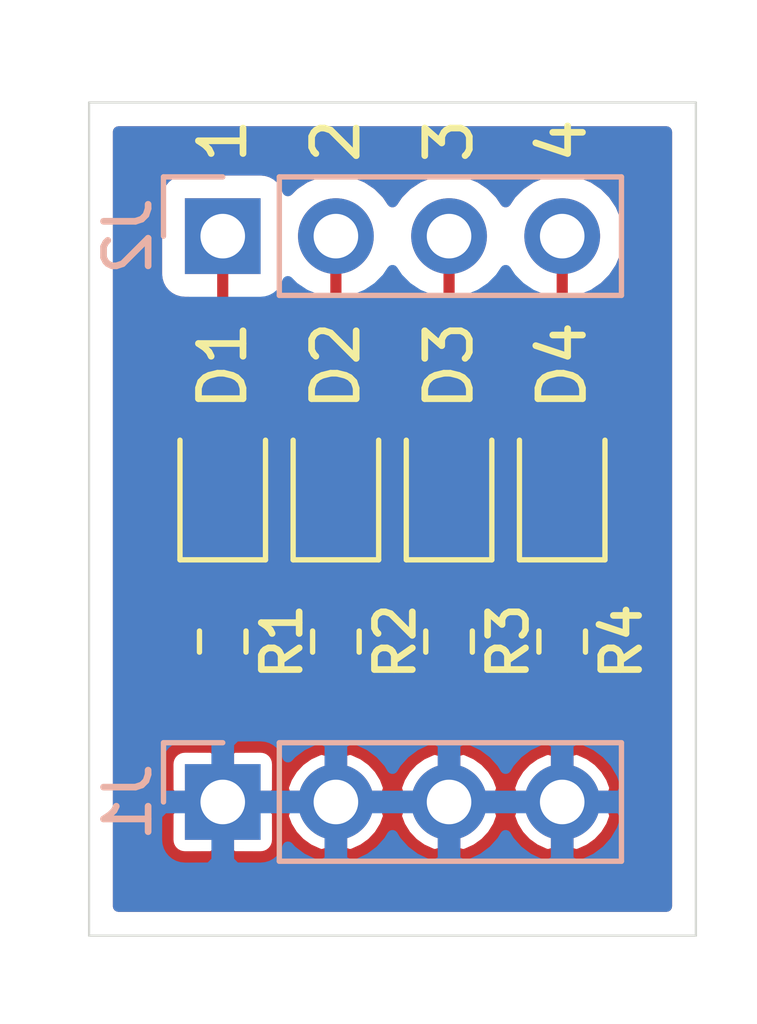
<source format=kicad_pcb>
(kicad_pcb (version 20171130) (host pcbnew "(5.1.10)-1")

  (general
    (thickness 1.6)
    (drawings 4)
    (tracks 8)
    (zones 0)
    (modules 10)
    (nets 10)
  )

  (page A4)
  (layers
    (0 F.Cu signal)
    (31 B.Cu signal)
    (32 B.Adhes user)
    (33 F.Adhes user)
    (34 B.Paste user)
    (35 F.Paste user)
    (36 B.SilkS user)
    (37 F.SilkS user)
    (38 B.Mask user)
    (39 F.Mask user)
    (40 Dwgs.User user)
    (41 Cmts.User user)
    (42 Eco1.User user)
    (43 Eco2.User user)
    (44 Edge.Cuts user)
    (45 Margin user)
    (46 B.CrtYd user)
    (47 F.CrtYd user hide)
    (48 B.Fab user hide)
    (49 F.Fab user hide)
  )

  (setup
    (last_trace_width 0.35)
    (trace_clearance 0.2)
    (zone_clearance 0.508)
    (zone_45_only no)
    (trace_min 0.2)
    (via_size 0.8)
    (via_drill 0.4)
    (via_min_size 0.4)
    (via_min_drill 0.3)
    (uvia_size 0.3)
    (uvia_drill 0.1)
    (uvias_allowed no)
    (uvia_min_size 0.2)
    (uvia_min_drill 0.1)
    (edge_width 0.05)
    (segment_width 0.2)
    (pcb_text_width 0.3)
    (pcb_text_size 1.5 1.5)
    (mod_edge_width 0.12)
    (mod_text_size 1 1)
    (mod_text_width 0.15)
    (pad_size 1.524 1.524)
    (pad_drill 0.762)
    (pad_to_mask_clearance 0)
    (aux_axis_origin 0 0)
    (visible_elements 7FFFFFFF)
    (pcbplotparams
      (layerselection 0x010fc_ffffffff)
      (usegerberextensions false)
      (usegerberattributes true)
      (usegerberadvancedattributes true)
      (creategerberjobfile true)
      (excludeedgelayer true)
      (linewidth 0.100000)
      (plotframeref false)
      (viasonmask false)
      (mode 1)
      (useauxorigin false)
      (hpglpennumber 1)
      (hpglpenspeed 20)
      (hpglpendiameter 15.000000)
      (psnegative false)
      (psa4output false)
      (plotreference true)
      (plotvalue true)
      (plotinvisibletext false)
      (padsonsilk false)
      (subtractmaskfromsilk false)
      (outputformat 1)
      (mirror false)
      (drillshape 1)
      (scaleselection 1)
      (outputdirectory ""))
  )

  (net 0 "")
  (net 1 GND)
  (net 2 "Net-(D1-Pad2)")
  (net 3 "Net-(D1-Pad1)")
  (net 4 "Net-(D2-Pad2)")
  (net 5 "Net-(D2-Pad1)")
  (net 6 "Net-(D3-Pad2)")
  (net 7 "Net-(D3-Pad1)")
  (net 8 "Net-(D4-Pad2)")
  (net 9 "Net-(D4-Pad1)")

  (net_class Default "This is the default net class."
    (clearance 0.2)
    (trace_width 0.35)
    (via_dia 0.8)
    (via_drill 0.4)
    (uvia_dia 0.3)
    (uvia_drill 0.1)
    (add_net GND)
    (add_net "Net-(D1-Pad1)")
    (add_net "Net-(D1-Pad2)")
    (add_net "Net-(D2-Pad1)")
    (add_net "Net-(D2-Pad2)")
    (add_net "Net-(D3-Pad1)")
    (add_net "Net-(D3-Pad2)")
    (add_net "Net-(D4-Pad1)")
    (add_net "Net-(D4-Pad2)")
  )

  (module Resistor_SMD:R_0603_1608Metric (layer F.Cu) (tedit 5F68FEEE) (tstamp 610206A5)
    (at 110.62 93.4 270)
    (descr "Resistor SMD 0603 (1608 Metric), square (rectangular) end terminal, IPC_7351 nominal, (Body size source: IPC-SM-782 page 72, https://www.pcb-3d.com/wordpress/wp-content/uploads/ipc-sm-782a_amendment_1_and_2.pdf), generated with kicad-footprint-generator")
    (tags resistor)
    (path /61022A5E)
    (attr smd)
    (fp_text reference R4 (at 0 -1.33 90) (layer F.SilkS)
      (effects (font (size 0.85 0.85) (thickness 0.15)))
    )
    (fp_text value 1k (at 0 1.43 90) (layer F.Fab)
      (effects (font (size 1 1) (thickness 0.15)))
    )
    (fp_text user %R (at 0 0 90) (layer F.Fab)
      (effects (font (size 0.4 0.4) (thickness 0.06)))
    )
    (fp_line (start -0.8 0.4125) (end -0.8 -0.4125) (layer F.Fab) (width 0.1))
    (fp_line (start -0.8 -0.4125) (end 0.8 -0.4125) (layer F.Fab) (width 0.1))
    (fp_line (start 0.8 -0.4125) (end 0.8 0.4125) (layer F.Fab) (width 0.1))
    (fp_line (start 0.8 0.4125) (end -0.8 0.4125) (layer F.Fab) (width 0.1))
    (fp_line (start -0.237258 -0.5225) (end 0.237258 -0.5225) (layer F.SilkS) (width 0.12))
    (fp_line (start -0.237258 0.5225) (end 0.237258 0.5225) (layer F.SilkS) (width 0.12))
    (fp_line (start -1.48 0.73) (end -1.48 -0.73) (layer F.CrtYd) (width 0.05))
    (fp_line (start -1.48 -0.73) (end 1.48 -0.73) (layer F.CrtYd) (width 0.05))
    (fp_line (start 1.48 -0.73) (end 1.48 0.73) (layer F.CrtYd) (width 0.05))
    (fp_line (start 1.48 0.73) (end -1.48 0.73) (layer F.CrtYd) (width 0.05))
    (pad 2 smd roundrect (at 0.825 0 270) (size 0.8 0.95) (layers F.Cu F.Paste F.Mask) (roundrect_rratio 0.25)
      (net 1 GND))
    (pad 1 smd roundrect (at -0.825 0 270) (size 0.8 0.95) (layers F.Cu F.Paste F.Mask) (roundrect_rratio 0.25)
      (net 9 "Net-(D4-Pad1)"))
    (model ${KISYS3DMOD}/Resistor_SMD.3dshapes/R_0603_1608Metric.wrl
      (at (xyz 0 0 0))
      (scale (xyz 1 1 1))
      (rotate (xyz 0 0 0))
    )
  )

  (module Resistor_SMD:R_0603_1608Metric (layer F.Cu) (tedit 5F68FEEE) (tstamp 61020675)
    (at 108.08 93.4 270)
    (descr "Resistor SMD 0603 (1608 Metric), square (rectangular) end terminal, IPC_7351 nominal, (Body size source: IPC-SM-782 page 72, https://www.pcb-3d.com/wordpress/wp-content/uploads/ipc-sm-782a_amendment_1_and_2.pdf), generated with kicad-footprint-generator")
    (tags resistor)
    (path /61022276)
    (attr smd)
    (fp_text reference R3 (at 0 -1.33 90) (layer F.SilkS)
      (effects (font (size 0.85 0.85) (thickness 0.15)))
    )
    (fp_text value 1k (at 0 1.43 90) (layer F.Fab)
      (effects (font (size 1 1) (thickness 0.15)))
    )
    (fp_text user %R (at 0 0 90) (layer F.Fab)
      (effects (font (size 0.4 0.4) (thickness 0.06)))
    )
    (fp_line (start -0.8 0.4125) (end -0.8 -0.4125) (layer F.Fab) (width 0.1))
    (fp_line (start -0.8 -0.4125) (end 0.8 -0.4125) (layer F.Fab) (width 0.1))
    (fp_line (start 0.8 -0.4125) (end 0.8 0.4125) (layer F.Fab) (width 0.1))
    (fp_line (start 0.8 0.4125) (end -0.8 0.4125) (layer F.Fab) (width 0.1))
    (fp_line (start -0.237258 -0.5225) (end 0.237258 -0.5225) (layer F.SilkS) (width 0.12))
    (fp_line (start -0.237258 0.5225) (end 0.237258 0.5225) (layer F.SilkS) (width 0.12))
    (fp_line (start -1.48 0.73) (end -1.48 -0.73) (layer F.CrtYd) (width 0.05))
    (fp_line (start -1.48 -0.73) (end 1.48 -0.73) (layer F.CrtYd) (width 0.05))
    (fp_line (start 1.48 -0.73) (end 1.48 0.73) (layer F.CrtYd) (width 0.05))
    (fp_line (start 1.48 0.73) (end -1.48 0.73) (layer F.CrtYd) (width 0.05))
    (pad 2 smd roundrect (at 0.825 0 270) (size 0.8 0.95) (layers F.Cu F.Paste F.Mask) (roundrect_rratio 0.25)
      (net 1 GND))
    (pad 1 smd roundrect (at -0.825 0 270) (size 0.8 0.95) (layers F.Cu F.Paste F.Mask) (roundrect_rratio 0.25)
      (net 7 "Net-(D3-Pad1)"))
    (model ${KISYS3DMOD}/Resistor_SMD.3dshapes/R_0603_1608Metric.wrl
      (at (xyz 0 0 0))
      (scale (xyz 1 1 1))
      (rotate (xyz 0 0 0))
    )
  )

  (module Resistor_SMD:R_0603_1608Metric (layer F.Cu) (tedit 5F68FEEE) (tstamp 610206D5)
    (at 105.54 93.4 270)
    (descr "Resistor SMD 0603 (1608 Metric), square (rectangular) end terminal, IPC_7351 nominal, (Body size source: IPC-SM-782 page 72, https://www.pcb-3d.com/wordpress/wp-content/uploads/ipc-sm-782a_amendment_1_and_2.pdf), generated with kicad-footprint-generator")
    (tags resistor)
    (path /61021699)
    (attr smd)
    (fp_text reference R2 (at 0 -1.33 90) (layer F.SilkS)
      (effects (font (size 0.85 0.85) (thickness 0.15)))
    )
    (fp_text value 1k (at 0 1.43 90) (layer F.Fab)
      (effects (font (size 1 1) (thickness 0.15)))
    )
    (fp_text user %R (at 0 0 90) (layer F.Fab)
      (effects (font (size 0.4 0.4) (thickness 0.06)))
    )
    (fp_line (start -0.8 0.4125) (end -0.8 -0.4125) (layer F.Fab) (width 0.1))
    (fp_line (start -0.8 -0.4125) (end 0.8 -0.4125) (layer F.Fab) (width 0.1))
    (fp_line (start 0.8 -0.4125) (end 0.8 0.4125) (layer F.Fab) (width 0.1))
    (fp_line (start 0.8 0.4125) (end -0.8 0.4125) (layer F.Fab) (width 0.1))
    (fp_line (start -0.237258 -0.5225) (end 0.237258 -0.5225) (layer F.SilkS) (width 0.12))
    (fp_line (start -0.237258 0.5225) (end 0.237258 0.5225) (layer F.SilkS) (width 0.12))
    (fp_line (start -1.48 0.73) (end -1.48 -0.73) (layer F.CrtYd) (width 0.05))
    (fp_line (start -1.48 -0.73) (end 1.48 -0.73) (layer F.CrtYd) (width 0.05))
    (fp_line (start 1.48 -0.73) (end 1.48 0.73) (layer F.CrtYd) (width 0.05))
    (fp_line (start 1.48 0.73) (end -1.48 0.73) (layer F.CrtYd) (width 0.05))
    (pad 2 smd roundrect (at 0.825 0 270) (size 0.8 0.95) (layers F.Cu F.Paste F.Mask) (roundrect_rratio 0.25)
      (net 1 GND))
    (pad 1 smd roundrect (at -0.825 0 270) (size 0.8 0.95) (layers F.Cu F.Paste F.Mask) (roundrect_rratio 0.25)
      (net 5 "Net-(D2-Pad1)"))
    (model ${KISYS3DMOD}/Resistor_SMD.3dshapes/R_0603_1608Metric.wrl
      (at (xyz 0 0 0))
      (scale (xyz 1 1 1))
      (rotate (xyz 0 0 0))
    )
  )

  (module Resistor_SMD:R_0603_1608Metric (layer F.Cu) (tedit 5F68FEEE) (tstamp 61020705)
    (at 103 93.4 270)
    (descr "Resistor SMD 0603 (1608 Metric), square (rectangular) end terminal, IPC_7351 nominal, (Body size source: IPC-SM-782 page 72, https://www.pcb-3d.com/wordpress/wp-content/uploads/ipc-sm-782a_amendment_1_and_2.pdf), generated with kicad-footprint-generator")
    (tags resistor)
    (path /61018DF4)
    (attr smd)
    (fp_text reference R1 (at 0 -1.33 90) (layer F.SilkS)
      (effects (font (size 0.85 0.85) (thickness 0.15)))
    )
    (fp_text value 1k (at 0 1.43 90) (layer F.Fab)
      (effects (font (size 1 1) (thickness 0.15)))
    )
    (fp_text user %R (at 0 0 90) (layer F.Fab)
      (effects (font (size 0.4 0.4) (thickness 0.06)))
    )
    (fp_line (start -0.8 0.4125) (end -0.8 -0.4125) (layer F.Fab) (width 0.1))
    (fp_line (start -0.8 -0.4125) (end 0.8 -0.4125) (layer F.Fab) (width 0.1))
    (fp_line (start 0.8 -0.4125) (end 0.8 0.4125) (layer F.Fab) (width 0.1))
    (fp_line (start 0.8 0.4125) (end -0.8 0.4125) (layer F.Fab) (width 0.1))
    (fp_line (start -0.237258 -0.5225) (end 0.237258 -0.5225) (layer F.SilkS) (width 0.12))
    (fp_line (start -0.237258 0.5225) (end 0.237258 0.5225) (layer F.SilkS) (width 0.12))
    (fp_line (start -1.48 0.73) (end -1.48 -0.73) (layer F.CrtYd) (width 0.05))
    (fp_line (start -1.48 -0.73) (end 1.48 -0.73) (layer F.CrtYd) (width 0.05))
    (fp_line (start 1.48 -0.73) (end 1.48 0.73) (layer F.CrtYd) (width 0.05))
    (fp_line (start 1.48 0.73) (end -1.48 0.73) (layer F.CrtYd) (width 0.05))
    (pad 2 smd roundrect (at 0.825 0 270) (size 0.8 0.95) (layers F.Cu F.Paste F.Mask) (roundrect_rratio 0.25)
      (net 1 GND))
    (pad 1 smd roundrect (at -0.825 0 270) (size 0.8 0.95) (layers F.Cu F.Paste F.Mask) (roundrect_rratio 0.25)
      (net 3 "Net-(D1-Pad1)"))
    (model ${KISYS3DMOD}/Resistor_SMD.3dshapes/R_0603_1608Metric.wrl
      (at (xyz 0 0 0))
      (scale (xyz 1 1 1))
      (rotate (xyz 0 0 0))
    )
  )

  (module Diode_SMD:D_0805_2012Metric (layer F.Cu) (tedit 5F68FEF0) (tstamp 6101EA2B)
    (at 110.62 89.88 90)
    (descr "Diode SMD 0805 (2012 Metric), square (rectangular) end terminal, IPC_7351 nominal, (Body size source: https://docs.google.com/spreadsheets/d/1BsfQQcO9C6DZCsRaXUlFlo91Tg2WpOkGARC1WS5S8t0/edit?usp=sharing), generated with kicad-footprint-generator")
    (tags diode)
    (path /61022A53)
    (attr smd)
    (fp_text reference D4 (at 2.67 0 270) (layer F.SilkS)
      (effects (font (size 1 1) (thickness 0.15)))
    )
    (fp_text value BLUE (at 0 1.65 90) (layer F.Fab)
      (effects (font (size 1 1) (thickness 0.15)))
    )
    (fp_text user %R (at 0 0 90) (layer F.Fab)
      (effects (font (size 0.5 0.5) (thickness 0.08)))
    )
    (fp_line (start 1 -0.6) (end -0.7 -0.6) (layer F.Fab) (width 0.1))
    (fp_line (start -0.7 -0.6) (end -1 -0.3) (layer F.Fab) (width 0.1))
    (fp_line (start -1 -0.3) (end -1 0.6) (layer F.Fab) (width 0.1))
    (fp_line (start -1 0.6) (end 1 0.6) (layer F.Fab) (width 0.1))
    (fp_line (start 1 0.6) (end 1 -0.6) (layer F.Fab) (width 0.1))
    (fp_line (start 1 -0.96) (end -1.685 -0.96) (layer F.SilkS) (width 0.12))
    (fp_line (start -1.685 -0.96) (end -1.685 0.96) (layer F.SilkS) (width 0.12))
    (fp_line (start -1.685 0.96) (end 1 0.96) (layer F.SilkS) (width 0.12))
    (fp_line (start -1.68 0.95) (end -1.68 -0.95) (layer F.CrtYd) (width 0.05))
    (fp_line (start -1.68 -0.95) (end 1.68 -0.95) (layer F.CrtYd) (width 0.05))
    (fp_line (start 1.68 -0.95) (end 1.68 0.95) (layer F.CrtYd) (width 0.05))
    (fp_line (start 1.68 0.95) (end -1.68 0.95) (layer F.CrtYd) (width 0.05))
    (pad 2 smd roundrect (at 0.9375 0 90) (size 0.975 1.4) (layers F.Cu F.Paste F.Mask) (roundrect_rratio 0.25)
      (net 8 "Net-(D4-Pad2)"))
    (pad 1 smd roundrect (at -0.9375 0 90) (size 0.975 1.4) (layers F.Cu F.Paste F.Mask) (roundrect_rratio 0.25)
      (net 9 "Net-(D4-Pad1)"))
    (model ${KISYS3DMOD}/Diode_SMD.3dshapes/D_0805_2012Metric.wrl
      (at (xyz 0 0 0))
      (scale (xyz 1 1 1))
      (rotate (xyz 0 0 0))
    )
  )

  (module Diode_SMD:D_0805_2012Metric (layer F.Cu) (tedit 5F68FEF0) (tstamp 6101EA97)
    (at 108.08 89.88 90)
    (descr "Diode SMD 0805 (2012 Metric), square (rectangular) end terminal, IPC_7351 nominal, (Body size source: https://docs.google.com/spreadsheets/d/1BsfQQcO9C6DZCsRaXUlFlo91Tg2WpOkGARC1WS5S8t0/edit?usp=sharing), generated with kicad-footprint-generator")
    (tags diode)
    (path /6102226B)
    (attr smd)
    (fp_text reference D3 (at 2.67 0 270) (layer F.SilkS)
      (effects (font (size 1 1) (thickness 0.15)))
    )
    (fp_text value BLUE (at 0 1.65 90) (layer F.Fab)
      (effects (font (size 1 1) (thickness 0.15)))
    )
    (fp_text user %R (at 0 0 90) (layer F.Fab)
      (effects (font (size 0.5 0.5) (thickness 0.08)))
    )
    (fp_line (start 1 -0.6) (end -0.7 -0.6) (layer F.Fab) (width 0.1))
    (fp_line (start -0.7 -0.6) (end -1 -0.3) (layer F.Fab) (width 0.1))
    (fp_line (start -1 -0.3) (end -1 0.6) (layer F.Fab) (width 0.1))
    (fp_line (start -1 0.6) (end 1 0.6) (layer F.Fab) (width 0.1))
    (fp_line (start 1 0.6) (end 1 -0.6) (layer F.Fab) (width 0.1))
    (fp_line (start 1 -0.96) (end -1.685 -0.96) (layer F.SilkS) (width 0.12))
    (fp_line (start -1.685 -0.96) (end -1.685 0.96) (layer F.SilkS) (width 0.12))
    (fp_line (start -1.685 0.96) (end 1 0.96) (layer F.SilkS) (width 0.12))
    (fp_line (start -1.68 0.95) (end -1.68 -0.95) (layer F.CrtYd) (width 0.05))
    (fp_line (start -1.68 -0.95) (end 1.68 -0.95) (layer F.CrtYd) (width 0.05))
    (fp_line (start 1.68 -0.95) (end 1.68 0.95) (layer F.CrtYd) (width 0.05))
    (fp_line (start 1.68 0.95) (end -1.68 0.95) (layer F.CrtYd) (width 0.05))
    (pad 2 smd roundrect (at 0.9375 0 90) (size 0.975 1.4) (layers F.Cu F.Paste F.Mask) (roundrect_rratio 0.25)
      (net 6 "Net-(D3-Pad2)"))
    (pad 1 smd roundrect (at -0.9375 0 90) (size 0.975 1.4) (layers F.Cu F.Paste F.Mask) (roundrect_rratio 0.25)
      (net 7 "Net-(D3-Pad1)"))
    (model ${KISYS3DMOD}/Diode_SMD.3dshapes/D_0805_2012Metric.wrl
      (at (xyz 0 0 0))
      (scale (xyz 1 1 1))
      (rotate (xyz 0 0 0))
    )
  )

  (module Diode_SMD:D_0805_2012Metric (layer F.Cu) (tedit 5F68FEF0) (tstamp 6101EA61)
    (at 105.54 89.88 90)
    (descr "Diode SMD 0805 (2012 Metric), square (rectangular) end terminal, IPC_7351 nominal, (Body size source: https://docs.google.com/spreadsheets/d/1BsfQQcO9C6DZCsRaXUlFlo91Tg2WpOkGARC1WS5S8t0/edit?usp=sharing), generated with kicad-footprint-generator")
    (tags diode)
    (path /6102168E)
    (attr smd)
    (fp_text reference D2 (at 2.67 0 270) (layer F.SilkS)
      (effects (font (size 1 1) (thickness 0.15)))
    )
    (fp_text value BLUE (at 0 1.65 90) (layer F.Fab)
      (effects (font (size 1 1) (thickness 0.15)))
    )
    (fp_text user %R (at 0 0 90) (layer F.Fab)
      (effects (font (size 0.5 0.5) (thickness 0.08)))
    )
    (fp_line (start 1 -0.6) (end -0.7 -0.6) (layer F.Fab) (width 0.1))
    (fp_line (start -0.7 -0.6) (end -1 -0.3) (layer F.Fab) (width 0.1))
    (fp_line (start -1 -0.3) (end -1 0.6) (layer F.Fab) (width 0.1))
    (fp_line (start -1 0.6) (end 1 0.6) (layer F.Fab) (width 0.1))
    (fp_line (start 1 0.6) (end 1 -0.6) (layer F.Fab) (width 0.1))
    (fp_line (start 1 -0.96) (end -1.685 -0.96) (layer F.SilkS) (width 0.12))
    (fp_line (start -1.685 -0.96) (end -1.685 0.96) (layer F.SilkS) (width 0.12))
    (fp_line (start -1.685 0.96) (end 1 0.96) (layer F.SilkS) (width 0.12))
    (fp_line (start -1.68 0.95) (end -1.68 -0.95) (layer F.CrtYd) (width 0.05))
    (fp_line (start -1.68 -0.95) (end 1.68 -0.95) (layer F.CrtYd) (width 0.05))
    (fp_line (start 1.68 -0.95) (end 1.68 0.95) (layer F.CrtYd) (width 0.05))
    (fp_line (start 1.68 0.95) (end -1.68 0.95) (layer F.CrtYd) (width 0.05))
    (pad 2 smd roundrect (at 0.9375 0 90) (size 0.975 1.4) (layers F.Cu F.Paste F.Mask) (roundrect_rratio 0.25)
      (net 4 "Net-(D2-Pad2)"))
    (pad 1 smd roundrect (at -0.9375 0 90) (size 0.975 1.4) (layers F.Cu F.Paste F.Mask) (roundrect_rratio 0.25)
      (net 5 "Net-(D2-Pad1)"))
    (model ${KISYS3DMOD}/Diode_SMD.3dshapes/D_0805_2012Metric.wrl
      (at (xyz 0 0 0))
      (scale (xyz 1 1 1))
      (rotate (xyz 0 0 0))
    )
  )

  (module Diode_SMD:D_0805_2012Metric (layer F.Cu) (tedit 5F68FEF0) (tstamp 6101EACD)
    (at 103 89.88 90)
    (descr "Diode SMD 0805 (2012 Metric), square (rectangular) end terminal, IPC_7351 nominal, (Body size source: https://docs.google.com/spreadsheets/d/1BsfQQcO9C6DZCsRaXUlFlo91Tg2WpOkGARC1WS5S8t0/edit?usp=sharing), generated with kicad-footprint-generator")
    (tags diode)
    (path /61017AD6)
    (attr smd)
    (fp_text reference D1 (at 2.67 0 270) (layer F.SilkS)
      (effects (font (size 1 1) (thickness 0.15)))
    )
    (fp_text value BLUE (at 0 1.65 90) (layer F.Fab)
      (effects (font (size 1 1) (thickness 0.15)))
    )
    (fp_text user %R (at 0 0 90) (layer F.Fab)
      (effects (font (size 0.5 0.5) (thickness 0.08)))
    )
    (fp_line (start 1 -0.6) (end -0.7 -0.6) (layer F.Fab) (width 0.1))
    (fp_line (start -0.7 -0.6) (end -1 -0.3) (layer F.Fab) (width 0.1))
    (fp_line (start -1 -0.3) (end -1 0.6) (layer F.Fab) (width 0.1))
    (fp_line (start -1 0.6) (end 1 0.6) (layer F.Fab) (width 0.1))
    (fp_line (start 1 0.6) (end 1 -0.6) (layer F.Fab) (width 0.1))
    (fp_line (start 1 -0.96) (end -1.685 -0.96) (layer F.SilkS) (width 0.12))
    (fp_line (start -1.685 -0.96) (end -1.685 0.96) (layer F.SilkS) (width 0.12))
    (fp_line (start -1.685 0.96) (end 1 0.96) (layer F.SilkS) (width 0.12))
    (fp_line (start -1.68 0.95) (end -1.68 -0.95) (layer F.CrtYd) (width 0.05))
    (fp_line (start -1.68 -0.95) (end 1.68 -0.95) (layer F.CrtYd) (width 0.05))
    (fp_line (start 1.68 -0.95) (end 1.68 0.95) (layer F.CrtYd) (width 0.05))
    (fp_line (start 1.68 0.95) (end -1.68 0.95) (layer F.CrtYd) (width 0.05))
    (pad 2 smd roundrect (at 0.9375 0 90) (size 0.975 1.4) (layers F.Cu F.Paste F.Mask) (roundrect_rratio 0.25)
      (net 2 "Net-(D1-Pad2)"))
    (pad 1 smd roundrect (at -0.9375 0 90) (size 0.975 1.4) (layers F.Cu F.Paste F.Mask) (roundrect_rratio 0.25)
      (net 3 "Net-(D1-Pad1)"))
    (model ${KISYS3DMOD}/Diode_SMD.3dshapes/D_0805_2012Metric.wrl
      (at (xyz 0 0 0))
      (scale (xyz 1 1 1))
      (rotate (xyz 0 0 0))
    )
  )

  (module Test_Board:Input_PinHeader_1x04_P2.54mm_Vertical (layer B.Cu) (tedit 61018EC7) (tstamp 6101F496)
    (at 103 84.3 270)
    (descr "Through hole straight pin header, 1x04, 2.54mm pitch, single row")
    (tags "Through hole pin header THT 1x04 2.54mm single row")
    (path /6102764C)
    (fp_text reference J2 (at 0 2.13 270) (layer B.SilkS)
      (effects (font (size 1 1) (thickness 0.15)) (justify mirror))
    )
    (fp_text value Conn_01x04 (at 0 -9.95 270) (layer B.Fab)
      (effects (font (size 1 1) (thickness 0.15)) (justify mirror))
    )
    (fp_text user 4 (at -2.14 -7.62 270) (layer F.SilkS)
      (effects (font (size 1 1) (thickness 0.15)))
    )
    (fp_text user 3 (at -2.14 -5.08 270) (layer F.SilkS)
      (effects (font (size 1 1) (thickness 0.15)))
    )
    (fp_text user 2 (at -2.14 -2.54 270) (layer F.SilkS)
      (effects (font (size 1 1) (thickness 0.15)))
    )
    (fp_text user 1 (at -2.14 0 270) (layer F.SilkS)
      (effects (font (size 1 1) (thickness 0.15)))
    )
    (fp_text user %R (at 0 -3.81) (layer B.Fab)
      (effects (font (size 1 1) (thickness 0.15)) (justify mirror))
    )
    (fp_line (start 1.8 1.8) (end -1.8 1.8) (layer B.CrtYd) (width 0.05))
    (fp_line (start 1.8 -9.4) (end 1.8 1.8) (layer B.CrtYd) (width 0.05))
    (fp_line (start -1.8 -9.4) (end 1.8 -9.4) (layer B.CrtYd) (width 0.05))
    (fp_line (start -1.8 1.8) (end -1.8 -9.4) (layer B.CrtYd) (width 0.05))
    (fp_line (start -1.33 1.33) (end 0 1.33) (layer B.SilkS) (width 0.12))
    (fp_line (start -1.33 0) (end -1.33 1.33) (layer B.SilkS) (width 0.12))
    (fp_line (start -1.33 -1.27) (end 1.33 -1.27) (layer B.SilkS) (width 0.12))
    (fp_line (start 1.33 -1.27) (end 1.33 -8.95) (layer B.SilkS) (width 0.12))
    (fp_line (start -1.33 -1.27) (end -1.33 -8.95) (layer B.SilkS) (width 0.12))
    (fp_line (start -1.33 -8.95) (end 1.33 -8.95) (layer B.SilkS) (width 0.12))
    (fp_line (start -1.27 0.635) (end -0.635 1.27) (layer B.Fab) (width 0.1))
    (fp_line (start -1.27 -8.89) (end -1.27 0.635) (layer B.Fab) (width 0.1))
    (fp_line (start 1.27 -8.89) (end -1.27 -8.89) (layer B.Fab) (width 0.1))
    (fp_line (start 1.27 1.27) (end 1.27 -8.89) (layer B.Fab) (width 0.1))
    (fp_line (start -0.635 1.27) (end 1.27 1.27) (layer B.Fab) (width 0.1))
    (pad 1 thru_hole rect (at 0 0 270) (size 1.7 1.7) (drill 1) (layers *.Cu *.Mask)
      (net 2 "Net-(D1-Pad2)"))
    (pad 2 thru_hole oval (at 0 -2.54 270) (size 1.7 1.7) (drill 1) (layers *.Cu *.Mask)
      (net 4 "Net-(D2-Pad2)"))
    (pad 3 thru_hole oval (at 0 -5.08 270) (size 1.7 1.7) (drill 1) (layers *.Cu *.Mask)
      (net 6 "Net-(D3-Pad2)"))
    (pad 4 thru_hole oval (at 0 -7.62 270) (size 1.7 1.7) (drill 1) (layers *.Cu *.Mask)
      (net 8 "Net-(D4-Pad2)"))
    (model ${KISYS3DMOD}/Connector_PinHeader_2.54mm.3dshapes/PinHeader_1x04_P2.54mm_Vertical.wrl
      (at (xyz 0 0 0))
      (scale (xyz 1 1 1))
      (rotate (xyz 0 0 0))
    )
  )

  (module Connector_PinHeader_2.54mm:PinHeader_1x04_P2.54mm_Vertical (layer B.Cu) (tedit 59FED5CC) (tstamp 6101CAC6)
    (at 103 97 270)
    (descr "Through hole straight pin header, 1x04, 2.54mm pitch, single row")
    (tags "Through hole pin header THT 1x04 2.54mm single row")
    (path /6102319C)
    (fp_text reference J1 (at 0 2.13 270) (layer B.SilkS)
      (effects (font (size 1 1) (thickness 0.15)) (justify mirror))
    )
    (fp_text value Conn_01x04 (at 0 -9.95 270) (layer B.Fab)
      (effects (font (size 1 1) (thickness 0.15)) (justify mirror))
    )
    (fp_text user %R (at 0 -3.81) (layer B.Fab)
      (effects (font (size 1 1) (thickness 0.15)) (justify mirror))
    )
    (fp_line (start -0.635 1.27) (end 1.27 1.27) (layer B.Fab) (width 0.1))
    (fp_line (start 1.27 1.27) (end 1.27 -8.89) (layer B.Fab) (width 0.1))
    (fp_line (start 1.27 -8.89) (end -1.27 -8.89) (layer B.Fab) (width 0.1))
    (fp_line (start -1.27 -8.89) (end -1.27 0.635) (layer B.Fab) (width 0.1))
    (fp_line (start -1.27 0.635) (end -0.635 1.27) (layer B.Fab) (width 0.1))
    (fp_line (start -1.33 -8.95) (end 1.33 -8.95) (layer B.SilkS) (width 0.12))
    (fp_line (start -1.33 -1.27) (end -1.33 -8.95) (layer B.SilkS) (width 0.12))
    (fp_line (start 1.33 -1.27) (end 1.33 -8.95) (layer B.SilkS) (width 0.12))
    (fp_line (start -1.33 -1.27) (end 1.33 -1.27) (layer B.SilkS) (width 0.12))
    (fp_line (start -1.33 0) (end -1.33 1.33) (layer B.SilkS) (width 0.12))
    (fp_line (start -1.33 1.33) (end 0 1.33) (layer B.SilkS) (width 0.12))
    (fp_line (start -1.8 1.8) (end -1.8 -9.4) (layer B.CrtYd) (width 0.05))
    (fp_line (start -1.8 -9.4) (end 1.8 -9.4) (layer B.CrtYd) (width 0.05))
    (fp_line (start 1.8 -9.4) (end 1.8 1.8) (layer B.CrtYd) (width 0.05))
    (fp_line (start 1.8 1.8) (end -1.8 1.8) (layer B.CrtYd) (width 0.05))
    (pad 4 thru_hole oval (at 0 -7.62 270) (size 1.7 1.7) (drill 1) (layers *.Cu *.Mask)
      (net 1 GND))
    (pad 3 thru_hole oval (at 0 -5.08 270) (size 1.7 1.7) (drill 1) (layers *.Cu *.Mask)
      (net 1 GND))
    (pad 2 thru_hole oval (at 0 -2.54 270) (size 1.7 1.7) (drill 1) (layers *.Cu *.Mask)
      (net 1 GND))
    (pad 1 thru_hole rect (at 0 0 270) (size 1.7 1.7) (drill 1) (layers *.Cu *.Mask)
      (net 1 GND))
    (model ${KISYS3DMOD}/Connector_PinHeader_2.54mm.3dshapes/PinHeader_1x04_P2.54mm_Vertical.wrl
      (at (xyz 0 0 0))
      (scale (xyz 1 1 1))
      (rotate (xyz 0 0 0))
    )
  )

  (gr_line (start 100 81.3) (end 100 100) (layer Edge.Cuts) (width 0.05) (tstamp 6101E1A3))
  (gr_line (start 113.62 81.3) (end 100 81.3) (layer Edge.Cuts) (width 0.05))
  (gr_line (start 113.62 100) (end 113.62 81.3) (layer Edge.Cuts) (width 0.05))
  (gr_line (start 100 100) (end 113.62 100) (layer Edge.Cuts) (width 0.05))

  (segment (start 103 88.9425) (end 103 84.3) (width 0.25) (layer F.Cu) (net 2))
  (segment (start 103 92.575) (end 103 90.8175) (width 0.25) (layer F.Cu) (net 3))
  (segment (start 105.54 84.3) (end 105.54 88.9425) (width 0.25) (layer F.Cu) (net 4))
  (segment (start 105.54 90.8175) (end 105.54 92.575) (width 0.25) (layer F.Cu) (net 5))
  (segment (start 108.08 88.9425) (end 108.08 84.3) (width 0.25) (layer F.Cu) (net 6))
  (segment (start 108.08 92.575) (end 108.08 90.8175) (width 0.25) (layer F.Cu) (net 7))
  (segment (start 110.62 84.3) (end 110.62 88.9425) (width 0.25) (layer F.Cu) (net 8))
  (segment (start 110.62 90.8175) (end 110.62 92.575) (width 0.25) (layer F.Cu) (net 9))

  (zone (net 1) (net_name GND) (layer F.Cu) (tstamp 0) (hatch edge 0.508)
    (connect_pads (clearance 0.508))
    (min_thickness 0.254)
    (fill yes (arc_segments 32) (thermal_gap 0.254) (thermal_bridge_width 0.508))
    (polygon
      (pts
        (xy 115 101) (xy 99 101) (xy 99 80) (xy 115 80)
      )
    )
    (filled_polygon
      (pts
        (xy 112.96 99.34) (xy 100.66 99.34) (xy 100.66 97.85) (xy 101.767157 97.85) (xy 101.774513 97.924689)
        (xy 101.796299 97.996508) (xy 101.831678 98.062696) (xy 101.879289 98.120711) (xy 101.937304 98.168322) (xy 102.003492 98.203701)
        (xy 102.075311 98.225487) (xy 102.15 98.232843) (xy 102.77775 98.231) (xy 102.873 98.13575) (xy 102.873 97.127)
        (xy 103.127 97.127) (xy 103.127 98.13575) (xy 103.22225 98.231) (xy 103.85 98.232843) (xy 103.924689 98.225487)
        (xy 103.996508 98.203701) (xy 104.062696 98.168322) (xy 104.120711 98.120711) (xy 104.168322 98.062696) (xy 104.203701 97.996508)
        (xy 104.225487 97.924689) (xy 104.232843 97.85) (xy 104.231279 97.316981) (xy 104.350505 97.316981) (xy 104.435201 97.542949)
        (xy 104.562353 97.748052) (xy 104.727076 97.924408) (xy 104.923039 98.065239) (xy 105.142712 98.165134) (xy 105.22302 98.189489)
        (xy 105.413 98.128627) (xy 105.413 97.127) (xy 105.667 97.127) (xy 105.667 98.128627) (xy 105.85698 98.189489)
        (xy 105.937288 98.165134) (xy 106.156961 98.065239) (xy 106.352924 97.924408) (xy 106.517647 97.748052) (xy 106.644799 97.542949)
        (xy 106.729495 97.316981) (xy 106.890505 97.316981) (xy 106.975201 97.542949) (xy 107.102353 97.748052) (xy 107.267076 97.924408)
        (xy 107.463039 98.065239) (xy 107.682712 98.165134) (xy 107.76302 98.189489) (xy 107.953 98.128627) (xy 107.953 97.127)
        (xy 108.207 97.127) (xy 108.207 98.128627) (xy 108.39698 98.189489) (xy 108.477288 98.165134) (xy 108.696961 98.065239)
        (xy 108.892924 97.924408) (xy 109.057647 97.748052) (xy 109.184799 97.542949) (xy 109.269495 97.316981) (xy 109.430505 97.316981)
        (xy 109.515201 97.542949) (xy 109.642353 97.748052) (xy 109.807076 97.924408) (xy 110.003039 98.065239) (xy 110.222712 98.165134)
        (xy 110.30302 98.189489) (xy 110.493 98.128627) (xy 110.493 97.127) (xy 110.747 97.127) (xy 110.747 98.128627)
        (xy 110.93698 98.189489) (xy 111.017288 98.165134) (xy 111.236961 98.065239) (xy 111.432924 97.924408) (xy 111.597647 97.748052)
        (xy 111.724799 97.542949) (xy 111.809495 97.316981) (xy 111.749187 97.127) (xy 110.747 97.127) (xy 110.493 97.127)
        (xy 109.490813 97.127) (xy 109.430505 97.316981) (xy 109.269495 97.316981) (xy 109.209187 97.127) (xy 108.207 97.127)
        (xy 107.953 97.127) (xy 106.950813 97.127) (xy 106.890505 97.316981) (xy 106.729495 97.316981) (xy 106.669187 97.127)
        (xy 105.667 97.127) (xy 105.413 97.127) (xy 104.410813 97.127) (xy 104.350505 97.316981) (xy 104.231279 97.316981)
        (xy 104.231 97.22225) (xy 104.13575 97.127) (xy 103.127 97.127) (xy 102.873 97.127) (xy 101.86425 97.127)
        (xy 101.769 97.22225) (xy 101.767157 97.85) (xy 100.66 97.85) (xy 100.66 96.15) (xy 101.767157 96.15)
        (xy 101.769 96.77775) (xy 101.86425 96.873) (xy 102.873 96.873) (xy 102.873 95.86425) (xy 103.127 95.86425)
        (xy 103.127 96.873) (xy 104.13575 96.873) (xy 104.231 96.77775) (xy 104.231278 96.683019) (xy 104.350505 96.683019)
        (xy 104.410813 96.873) (xy 105.413 96.873) (xy 105.413 95.871373) (xy 105.667 95.871373) (xy 105.667 96.873)
        (xy 106.669187 96.873) (xy 106.729495 96.683019) (xy 106.890505 96.683019) (xy 106.950813 96.873) (xy 107.953 96.873)
        (xy 107.953 95.871373) (xy 108.207 95.871373) (xy 108.207 96.873) (xy 109.209187 96.873) (xy 109.269495 96.683019)
        (xy 109.430505 96.683019) (xy 109.490813 96.873) (xy 110.493 96.873) (xy 110.493 95.871373) (xy 110.747 95.871373)
        (xy 110.747 96.873) (xy 111.749187 96.873) (xy 111.809495 96.683019) (xy 111.724799 96.457051) (xy 111.597647 96.251948)
        (xy 111.432924 96.075592) (xy 111.236961 95.934761) (xy 111.017288 95.834866) (xy 110.93698 95.810511) (xy 110.747 95.871373)
        (xy 110.493 95.871373) (xy 110.30302 95.810511) (xy 110.222712 95.834866) (xy 110.003039 95.934761) (xy 109.807076 96.075592)
        (xy 109.642353 96.251948) (xy 109.515201 96.457051) (xy 109.430505 96.683019) (xy 109.269495 96.683019) (xy 109.184799 96.457051)
        (xy 109.057647 96.251948) (xy 108.892924 96.075592) (xy 108.696961 95.934761) (xy 108.477288 95.834866) (xy 108.39698 95.810511)
        (xy 108.207 95.871373) (xy 107.953 95.871373) (xy 107.76302 95.810511) (xy 107.682712 95.834866) (xy 107.463039 95.934761)
        (xy 107.267076 96.075592) (xy 107.102353 96.251948) (xy 106.975201 96.457051) (xy 106.890505 96.683019) (xy 106.729495 96.683019)
        (xy 106.644799 96.457051) (xy 106.517647 96.251948) (xy 106.352924 96.075592) (xy 106.156961 95.934761) (xy 105.937288 95.834866)
        (xy 105.85698 95.810511) (xy 105.667 95.871373) (xy 105.413 95.871373) (xy 105.22302 95.810511) (xy 105.142712 95.834866)
        (xy 104.923039 95.934761) (xy 104.727076 96.075592) (xy 104.562353 96.251948) (xy 104.435201 96.457051) (xy 104.350505 96.683019)
        (xy 104.231278 96.683019) (xy 104.232843 96.15) (xy 104.225487 96.075311) (xy 104.203701 96.003492) (xy 104.168322 95.937304)
        (xy 104.120711 95.879289) (xy 104.062696 95.831678) (xy 103.996508 95.796299) (xy 103.924689 95.774513) (xy 103.85 95.767157)
        (xy 103.22225 95.769) (xy 103.127 95.86425) (xy 102.873 95.86425) (xy 102.77775 95.769) (xy 102.15 95.767157)
        (xy 102.075311 95.774513) (xy 102.003492 95.796299) (xy 101.937304 95.831678) (xy 101.879289 95.879289) (xy 101.831678 95.937304)
        (xy 101.796299 96.003492) (xy 101.774513 96.075311) (xy 101.767157 96.15) (xy 100.66 96.15) (xy 100.66 94.625)
        (xy 102.142157 94.625) (xy 102.149513 94.699689) (xy 102.171299 94.771508) (xy 102.206678 94.837696) (xy 102.254289 94.895711)
        (xy 102.312304 94.943322) (xy 102.378492 94.978701) (xy 102.450311 95.000487) (xy 102.525 95.007843) (xy 102.77775 95.006)
        (xy 102.873 94.91075) (xy 102.873 94.352) (xy 103.127 94.352) (xy 103.127 94.91075) (xy 103.22225 95.006)
        (xy 103.475 95.007843) (xy 103.549689 95.000487) (xy 103.621508 94.978701) (xy 103.687696 94.943322) (xy 103.745711 94.895711)
        (xy 103.793322 94.837696) (xy 103.828701 94.771508) (xy 103.850487 94.699689) (xy 103.857843 94.625) (xy 104.682157 94.625)
        (xy 104.689513 94.699689) (xy 104.711299 94.771508) (xy 104.746678 94.837696) (xy 104.794289 94.895711) (xy 104.852304 94.943322)
        (xy 104.918492 94.978701) (xy 104.990311 95.000487) (xy 105.065 95.007843) (xy 105.31775 95.006) (xy 105.413 94.91075)
        (xy 105.413 94.352) (xy 105.667 94.352) (xy 105.667 94.91075) (xy 105.76225 95.006) (xy 106.015 95.007843)
        (xy 106.089689 95.000487) (xy 106.161508 94.978701) (xy 106.227696 94.943322) (xy 106.285711 94.895711) (xy 106.333322 94.837696)
        (xy 106.368701 94.771508) (xy 106.390487 94.699689) (xy 106.397843 94.625) (xy 107.222157 94.625) (xy 107.229513 94.699689)
        (xy 107.251299 94.771508) (xy 107.286678 94.837696) (xy 107.334289 94.895711) (xy 107.392304 94.943322) (xy 107.458492 94.978701)
        (xy 107.530311 95.000487) (xy 107.605 95.007843) (xy 107.85775 95.006) (xy 107.953 94.91075) (xy 107.953 94.352)
        (xy 108.207 94.352) (xy 108.207 94.91075) (xy 108.30225 95.006) (xy 108.555 95.007843) (xy 108.629689 95.000487)
        (xy 108.701508 94.978701) (xy 108.767696 94.943322) (xy 108.825711 94.895711) (xy 108.873322 94.837696) (xy 108.908701 94.771508)
        (xy 108.930487 94.699689) (xy 108.937843 94.625) (xy 109.762157 94.625) (xy 109.769513 94.699689) (xy 109.791299 94.771508)
        (xy 109.826678 94.837696) (xy 109.874289 94.895711) (xy 109.932304 94.943322) (xy 109.998492 94.978701) (xy 110.070311 95.000487)
        (xy 110.145 95.007843) (xy 110.39775 95.006) (xy 110.493 94.91075) (xy 110.493 94.352) (xy 110.747 94.352)
        (xy 110.747 94.91075) (xy 110.84225 95.006) (xy 111.095 95.007843) (xy 111.169689 95.000487) (xy 111.241508 94.978701)
        (xy 111.307696 94.943322) (xy 111.365711 94.895711) (xy 111.413322 94.837696) (xy 111.448701 94.771508) (xy 111.470487 94.699689)
        (xy 111.477843 94.625) (xy 111.476 94.44725) (xy 111.38075 94.352) (xy 110.747 94.352) (xy 110.493 94.352)
        (xy 109.85925 94.352) (xy 109.764 94.44725) (xy 109.762157 94.625) (xy 108.937843 94.625) (xy 108.936 94.44725)
        (xy 108.84075 94.352) (xy 108.207 94.352) (xy 107.953 94.352) (xy 107.31925 94.352) (xy 107.224 94.44725)
        (xy 107.222157 94.625) (xy 106.397843 94.625) (xy 106.396 94.44725) (xy 106.30075 94.352) (xy 105.667 94.352)
        (xy 105.413 94.352) (xy 104.77925 94.352) (xy 104.684 94.44725) (xy 104.682157 94.625) (xy 103.857843 94.625)
        (xy 103.856 94.44725) (xy 103.76075 94.352) (xy 103.127 94.352) (xy 102.873 94.352) (xy 102.23925 94.352)
        (xy 102.144 94.44725) (xy 102.142157 94.625) (xy 100.66 94.625) (xy 100.66 83.45) (xy 101.511928 83.45)
        (xy 101.511928 85.15) (xy 101.524188 85.274482) (xy 101.560498 85.39418) (xy 101.619463 85.504494) (xy 101.698815 85.601185)
        (xy 101.795506 85.680537) (xy 101.90582 85.739502) (xy 102.025518 85.775812) (xy 102.15 85.788072) (xy 102.240001 85.788072)
        (xy 102.24 87.873827) (xy 102.206291 87.884053) (xy 102.053836 87.965542) (xy 101.920208 88.075208) (xy 101.810542 88.208836)
        (xy 101.729053 88.361291) (xy 101.678872 88.526715) (xy 101.661928 88.69875) (xy 101.661928 89.18625) (xy 101.678872 89.358285)
        (xy 101.729053 89.523709) (xy 101.810542 89.676164) (xy 101.920208 89.809792) (xy 102.005756 89.88) (xy 101.920208 89.950208)
        (xy 101.810542 90.083836) (xy 101.729053 90.236291) (xy 101.678872 90.401715) (xy 101.661928 90.57375) (xy 101.661928 91.06125)
        (xy 101.678872 91.233285) (xy 101.729053 91.398709) (xy 101.810542 91.551164) (xy 101.920208 91.684792) (xy 102.053836 91.794458)
        (xy 102.101559 91.819966) (xy 102.028169 91.909392) (xy 101.950722 92.054284) (xy 101.903031 92.2115) (xy 101.886928 92.375)
        (xy 101.886928 92.775) (xy 101.903031 92.9385) (xy 101.950722 93.095716) (xy 102.028169 93.240608) (xy 102.132394 93.367606)
        (xy 102.259392 93.471831) (xy 102.318445 93.503396) (xy 102.312304 93.506678) (xy 102.254289 93.554289) (xy 102.206678 93.612304)
        (xy 102.171299 93.678492) (xy 102.149513 93.750311) (xy 102.142157 93.825) (xy 102.144 94.00275) (xy 102.23925 94.098)
        (xy 102.873 94.098) (xy 102.873 94.078) (xy 103.127 94.078) (xy 103.127 94.098) (xy 103.76075 94.098)
        (xy 103.856 94.00275) (xy 103.857843 93.825) (xy 103.850487 93.750311) (xy 103.828701 93.678492) (xy 103.793322 93.612304)
        (xy 103.745711 93.554289) (xy 103.687696 93.506678) (xy 103.681555 93.503396) (xy 103.740608 93.471831) (xy 103.867606 93.367606)
        (xy 103.971831 93.240608) (xy 104.049278 93.095716) (xy 104.096969 92.9385) (xy 104.113072 92.775) (xy 104.113072 92.375)
        (xy 104.096969 92.2115) (xy 104.049278 92.054284) (xy 103.971831 91.909392) (xy 103.898441 91.819966) (xy 103.946164 91.794458)
        (xy 104.079792 91.684792) (xy 104.189458 91.551164) (xy 104.27 91.400481) (xy 104.350542 91.551164) (xy 104.460208 91.684792)
        (xy 104.593836 91.794458) (xy 104.641559 91.819966) (xy 104.568169 91.909392) (xy 104.490722 92.054284) (xy 104.443031 92.2115)
        (xy 104.426928 92.375) (xy 104.426928 92.775) (xy 104.443031 92.9385) (xy 104.490722 93.095716) (xy 104.568169 93.240608)
        (xy 104.672394 93.367606) (xy 104.799392 93.471831) (xy 104.858445 93.503396) (xy 104.852304 93.506678) (xy 104.794289 93.554289)
        (xy 104.746678 93.612304) (xy 104.711299 93.678492) (xy 104.689513 93.750311) (xy 104.682157 93.825) (xy 104.684 94.00275)
        (xy 104.77925 94.098) (xy 105.413 94.098) (xy 105.413 94.078) (xy 105.667 94.078) (xy 105.667 94.098)
        (xy 106.30075 94.098) (xy 106.396 94.00275) (xy 106.397843 93.825) (xy 106.390487 93.750311) (xy 106.368701 93.678492)
        (xy 106.333322 93.612304) (xy 106.285711 93.554289) (xy 106.227696 93.506678) (xy 106.221555 93.503396) (xy 106.280608 93.471831)
        (xy 106.407606 93.367606) (xy 106.511831 93.240608) (xy 106.589278 93.095716) (xy 106.636969 92.9385) (xy 106.653072 92.775)
        (xy 106.653072 92.375) (xy 106.636969 92.2115) (xy 106.589278 92.054284) (xy 106.511831 91.909392) (xy 106.438441 91.819966)
        (xy 106.486164 91.794458) (xy 106.619792 91.684792) (xy 106.729458 91.551164) (xy 106.81 91.400481) (xy 106.890542 91.551164)
        (xy 107.000208 91.684792) (xy 107.133836 91.794458) (xy 107.181559 91.819966) (xy 107.108169 91.909392) (xy 107.030722 92.054284)
        (xy 106.983031 92.2115) (xy 106.966928 92.375) (xy 106.966928 92.775) (xy 106.983031 92.9385) (xy 107.030722 93.095716)
        (xy 107.108169 93.240608) (xy 107.212394 93.367606) (xy 107.339392 93.471831) (xy 107.398445 93.503396) (xy 107.392304 93.506678)
        (xy 107.334289 93.554289) (xy 107.286678 93.612304) (xy 107.251299 93.678492) (xy 107.229513 93.750311) (xy 107.222157 93.825)
        (xy 107.224 94.00275) (xy 107.31925 94.098) (xy 107.953 94.098) (xy 107.953 94.078) (xy 108.207 94.078)
        (xy 108.207 94.098) (xy 108.84075 94.098) (xy 108.936 94.00275) (xy 108.937843 93.825) (xy 108.930487 93.750311)
        (xy 108.908701 93.678492) (xy 108.873322 93.612304) (xy 108.825711 93.554289) (xy 108.767696 93.506678) (xy 108.761555 93.503396)
        (xy 108.820608 93.471831) (xy 108.947606 93.367606) (xy 109.051831 93.240608) (xy 109.129278 93.095716) (xy 109.176969 92.9385)
        (xy 109.193072 92.775) (xy 109.193072 92.375) (xy 109.176969 92.2115) (xy 109.129278 92.054284) (xy 109.051831 91.909392)
        (xy 108.978441 91.819966) (xy 109.026164 91.794458) (xy 109.159792 91.684792) (xy 109.269458 91.551164) (xy 109.35 91.400481)
        (xy 109.430542 91.551164) (xy 109.540208 91.684792) (xy 109.673836 91.794458) (xy 109.721559 91.819966) (xy 109.648169 91.909392)
        (xy 109.570722 92.054284) (xy 109.523031 92.2115) (xy 109.506928 92.375) (xy 109.506928 92.775) (xy 109.523031 92.9385)
        (xy 109.570722 93.095716) (xy 109.648169 93.240608) (xy 109.752394 93.367606) (xy 109.879392 93.471831) (xy 109.938445 93.503396)
        (xy 109.932304 93.506678) (xy 109.874289 93.554289) (xy 109.826678 93.612304) (xy 109.791299 93.678492) (xy 109.769513 93.750311)
        (xy 109.762157 93.825) (xy 109.764 94.00275) (xy 109.85925 94.098) (xy 110.493 94.098) (xy 110.493 94.078)
        (xy 110.747 94.078) (xy 110.747 94.098) (xy 111.38075 94.098) (xy 111.476 94.00275) (xy 111.477843 93.825)
        (xy 111.470487 93.750311) (xy 111.448701 93.678492) (xy 111.413322 93.612304) (xy 111.365711 93.554289) (xy 111.307696 93.506678)
        (xy 111.301555 93.503396) (xy 111.360608 93.471831) (xy 111.487606 93.367606) (xy 111.591831 93.240608) (xy 111.669278 93.095716)
        (xy 111.716969 92.9385) (xy 111.733072 92.775) (xy 111.733072 92.375) (xy 111.716969 92.2115) (xy 111.669278 92.054284)
        (xy 111.591831 91.909392) (xy 111.518441 91.819966) (xy 111.566164 91.794458) (xy 111.699792 91.684792) (xy 111.809458 91.551164)
        (xy 111.890947 91.398709) (xy 111.941128 91.233285) (xy 111.958072 91.06125) (xy 111.958072 90.57375) (xy 111.941128 90.401715)
        (xy 111.890947 90.236291) (xy 111.809458 90.083836) (xy 111.699792 89.950208) (xy 111.614244 89.88) (xy 111.699792 89.809792)
        (xy 111.809458 89.676164) (xy 111.890947 89.523709) (xy 111.941128 89.358285) (xy 111.958072 89.18625) (xy 111.958072 88.69875)
        (xy 111.941128 88.526715) (xy 111.890947 88.361291) (xy 111.809458 88.208836) (xy 111.699792 88.075208) (xy 111.566164 87.965542)
        (xy 111.413709 87.884053) (xy 111.38 87.873827) (xy 111.38 85.578178) (xy 111.566632 85.453475) (xy 111.773475 85.246632)
        (xy 111.93599 85.003411) (xy 112.047932 84.733158) (xy 112.105 84.44626) (xy 112.105 84.15374) (xy 112.047932 83.866842)
        (xy 111.93599 83.596589) (xy 111.773475 83.353368) (xy 111.566632 83.146525) (xy 111.323411 82.98401) (xy 111.053158 82.872068)
        (xy 110.76626 82.815) (xy 110.47374 82.815) (xy 110.186842 82.872068) (xy 109.916589 82.98401) (xy 109.673368 83.146525)
        (xy 109.466525 83.353368) (xy 109.35 83.52776) (xy 109.233475 83.353368) (xy 109.026632 83.146525) (xy 108.783411 82.98401)
        (xy 108.513158 82.872068) (xy 108.22626 82.815) (xy 107.93374 82.815) (xy 107.646842 82.872068) (xy 107.376589 82.98401)
        (xy 107.133368 83.146525) (xy 106.926525 83.353368) (xy 106.81 83.52776) (xy 106.693475 83.353368) (xy 106.486632 83.146525)
        (xy 106.243411 82.98401) (xy 105.973158 82.872068) (xy 105.68626 82.815) (xy 105.39374 82.815) (xy 105.106842 82.872068)
        (xy 104.836589 82.98401) (xy 104.593368 83.146525) (xy 104.461513 83.27838) (xy 104.439502 83.20582) (xy 104.380537 83.095506)
        (xy 104.301185 82.998815) (xy 104.204494 82.919463) (xy 104.09418 82.860498) (xy 103.974482 82.824188) (xy 103.85 82.811928)
        (xy 102.15 82.811928) (xy 102.025518 82.824188) (xy 101.90582 82.860498) (xy 101.795506 82.919463) (xy 101.698815 82.998815)
        (xy 101.619463 83.095506) (xy 101.560498 83.20582) (xy 101.524188 83.325518) (xy 101.511928 83.45) (xy 100.66 83.45)
        (xy 100.66 81.96) (xy 112.960001 81.96)
      )
    )
  )
  (zone (net 1) (net_name GND) (layer B.Cu) (tstamp 0) (hatch edge 0.508)
    (connect_pads (clearance 0.508))
    (min_thickness 0.254)
    (fill yes (arc_segments 32) (thermal_gap 0.508) (thermal_bridge_width 0.508))
    (polygon
      (pts
        (xy 114 102) (xy 98 102) (xy 98 79) (xy 114 79)
      )
    )
    (filled_polygon
      (pts
        (xy 112.96 99.34) (xy 100.66 99.34) (xy 100.66 97.85) (xy 101.511928 97.85) (xy 101.524188 97.974482)
        (xy 101.560498 98.09418) (xy 101.619463 98.204494) (xy 101.698815 98.301185) (xy 101.795506 98.380537) (xy 101.90582 98.439502)
        (xy 102.025518 98.475812) (xy 102.15 98.488072) (xy 102.71425 98.485) (xy 102.873 98.32625) (xy 102.873 97.127)
        (xy 103.127 97.127) (xy 103.127 98.32625) (xy 103.28575 98.485) (xy 103.85 98.488072) (xy 103.974482 98.475812)
        (xy 104.09418 98.439502) (xy 104.204494 98.380537) (xy 104.301185 98.301185) (xy 104.380537 98.204494) (xy 104.439502 98.09418)
        (xy 104.463966 98.013534) (xy 104.539731 98.097588) (xy 104.77308 98.271641) (xy 105.035901 98.396825) (xy 105.18311 98.441476)
        (xy 105.413 98.320155) (xy 105.413 97.127) (xy 105.667 97.127) (xy 105.667 98.320155) (xy 105.89689 98.441476)
        (xy 106.044099 98.396825) (xy 106.30692 98.271641) (xy 106.540269 98.097588) (xy 106.735178 97.881355) (xy 106.81 97.755745)
        (xy 106.884822 97.881355) (xy 107.079731 98.097588) (xy 107.31308 98.271641) (xy 107.575901 98.396825) (xy 107.72311 98.441476)
        (xy 107.953 98.320155) (xy 107.953 97.127) (xy 108.207 97.127) (xy 108.207 98.320155) (xy 108.43689 98.441476)
        (xy 108.584099 98.396825) (xy 108.84692 98.271641) (xy 109.080269 98.097588) (xy 109.275178 97.881355) (xy 109.35 97.755745)
        (xy 109.424822 97.881355) (xy 109.619731 98.097588) (xy 109.85308 98.271641) (xy 110.115901 98.396825) (xy 110.26311 98.441476)
        (xy 110.493 98.320155) (xy 110.493 97.127) (xy 110.747 97.127) (xy 110.747 98.320155) (xy 110.97689 98.441476)
        (xy 111.124099 98.396825) (xy 111.38692 98.271641) (xy 111.620269 98.097588) (xy 111.815178 97.881355) (xy 111.964157 97.631252)
        (xy 112.061481 97.356891) (xy 111.940814 97.127) (xy 110.747 97.127) (xy 110.493 97.127) (xy 108.207 97.127)
        (xy 107.953 97.127) (xy 105.667 97.127) (xy 105.413 97.127) (xy 103.127 97.127) (xy 102.873 97.127)
        (xy 101.67375 97.127) (xy 101.515 97.28575) (xy 101.511928 97.85) (xy 100.66 97.85) (xy 100.66 96.15)
        (xy 101.511928 96.15) (xy 101.515 96.71425) (xy 101.67375 96.873) (xy 102.873 96.873) (xy 102.873 95.67375)
        (xy 103.127 95.67375) (xy 103.127 96.873) (xy 105.413 96.873) (xy 105.413 95.679845) (xy 105.667 95.679845)
        (xy 105.667 96.873) (xy 107.953 96.873) (xy 107.953 95.679845) (xy 108.207 95.679845) (xy 108.207 96.873)
        (xy 110.493 96.873) (xy 110.493 95.679845) (xy 110.747 95.679845) (xy 110.747 96.873) (xy 111.940814 96.873)
        (xy 112.061481 96.643109) (xy 111.964157 96.368748) (xy 111.815178 96.118645) (xy 111.620269 95.902412) (xy 111.38692 95.728359)
        (xy 111.124099 95.603175) (xy 110.97689 95.558524) (xy 110.747 95.679845) (xy 110.493 95.679845) (xy 110.26311 95.558524)
        (xy 110.115901 95.603175) (xy 109.85308 95.728359) (xy 109.619731 95.902412) (xy 109.424822 96.118645) (xy 109.35 96.244255)
        (xy 109.275178 96.118645) (xy 109.080269 95.902412) (xy 108.84692 95.728359) (xy 108.584099 95.603175) (xy 108.43689 95.558524)
        (xy 108.207 95.679845) (xy 107.953 95.679845) (xy 107.72311 95.558524) (xy 107.575901 95.603175) (xy 107.31308 95.728359)
        (xy 107.079731 95.902412) (xy 106.884822 96.118645) (xy 106.81 96.244255) (xy 106.735178 96.118645) (xy 106.540269 95.902412)
        (xy 106.30692 95.728359) (xy 106.044099 95.603175) (xy 105.89689 95.558524) (xy 105.667 95.679845) (xy 105.413 95.679845)
        (xy 105.18311 95.558524) (xy 105.035901 95.603175) (xy 104.77308 95.728359) (xy 104.539731 95.902412) (xy 104.463966 95.986466)
        (xy 104.439502 95.90582) (xy 104.380537 95.795506) (xy 104.301185 95.698815) (xy 104.204494 95.619463) (xy 104.09418 95.560498)
        (xy 103.974482 95.524188) (xy 103.85 95.511928) (xy 103.28575 95.515) (xy 103.127 95.67375) (xy 102.873 95.67375)
        (xy 102.71425 95.515) (xy 102.15 95.511928) (xy 102.025518 95.524188) (xy 101.90582 95.560498) (xy 101.795506 95.619463)
        (xy 101.698815 95.698815) (xy 101.619463 95.795506) (xy 101.560498 95.90582) (xy 101.524188 96.025518) (xy 101.511928 96.15)
        (xy 100.66 96.15) (xy 100.66 83.45) (xy 101.511928 83.45) (xy 101.511928 85.15) (xy 101.524188 85.274482)
        (xy 101.560498 85.39418) (xy 101.619463 85.504494) (xy 101.698815 85.601185) (xy 101.795506 85.680537) (xy 101.90582 85.739502)
        (xy 102.025518 85.775812) (xy 102.15 85.788072) (xy 103.85 85.788072) (xy 103.974482 85.775812) (xy 104.09418 85.739502)
        (xy 104.204494 85.680537) (xy 104.301185 85.601185) (xy 104.380537 85.504494) (xy 104.439502 85.39418) (xy 104.461513 85.32162)
        (xy 104.593368 85.453475) (xy 104.836589 85.61599) (xy 105.106842 85.727932) (xy 105.39374 85.785) (xy 105.68626 85.785)
        (xy 105.973158 85.727932) (xy 106.243411 85.61599) (xy 106.486632 85.453475) (xy 106.693475 85.246632) (xy 106.81 85.07224)
        (xy 106.926525 85.246632) (xy 107.133368 85.453475) (xy 107.376589 85.61599) (xy 107.646842 85.727932) (xy 107.93374 85.785)
        (xy 108.22626 85.785) (xy 108.513158 85.727932) (xy 108.783411 85.61599) (xy 109.026632 85.453475) (xy 109.233475 85.246632)
        (xy 109.35 85.07224) (xy 109.466525 85.246632) (xy 109.673368 85.453475) (xy 109.916589 85.61599) (xy 110.186842 85.727932)
        (xy 110.47374 85.785) (xy 110.76626 85.785) (xy 111.053158 85.727932) (xy 111.323411 85.61599) (xy 111.566632 85.453475)
        (xy 111.773475 85.246632) (xy 111.93599 85.003411) (xy 112.047932 84.733158) (xy 112.105 84.44626) (xy 112.105 84.15374)
        (xy 112.047932 83.866842) (xy 111.93599 83.596589) (xy 111.773475 83.353368) (xy 111.566632 83.146525) (xy 111.323411 82.98401)
        (xy 111.053158 82.872068) (xy 110.76626 82.815) (xy 110.47374 82.815) (xy 110.186842 82.872068) (xy 109.916589 82.98401)
        (xy 109.673368 83.146525) (xy 109.466525 83.353368) (xy 109.35 83.52776) (xy 109.233475 83.353368) (xy 109.026632 83.146525)
        (xy 108.783411 82.98401) (xy 108.513158 82.872068) (xy 108.22626 82.815) (xy 107.93374 82.815) (xy 107.646842 82.872068)
        (xy 107.376589 82.98401) (xy 107.133368 83.146525) (xy 106.926525 83.353368) (xy 106.81 83.52776) (xy 106.693475 83.353368)
        (xy 106.486632 83.146525) (xy 106.243411 82.98401) (xy 105.973158 82.872068) (xy 105.68626 82.815) (xy 105.39374 82.815)
        (xy 105.106842 82.872068) (xy 104.836589 82.98401) (xy 104.593368 83.146525) (xy 104.461513 83.27838) (xy 104.439502 83.20582)
        (xy 104.380537 83.095506) (xy 104.301185 82.998815) (xy 104.204494 82.919463) (xy 104.09418 82.860498) (xy 103.974482 82.824188)
        (xy 103.85 82.811928) (xy 102.15 82.811928) (xy 102.025518 82.824188) (xy 101.90582 82.860498) (xy 101.795506 82.919463)
        (xy 101.698815 82.998815) (xy 101.619463 83.095506) (xy 101.560498 83.20582) (xy 101.524188 83.325518) (xy 101.511928 83.45)
        (xy 100.66 83.45) (xy 100.66 81.96) (xy 112.960001 81.96)
      )
    )
  )
)

</source>
